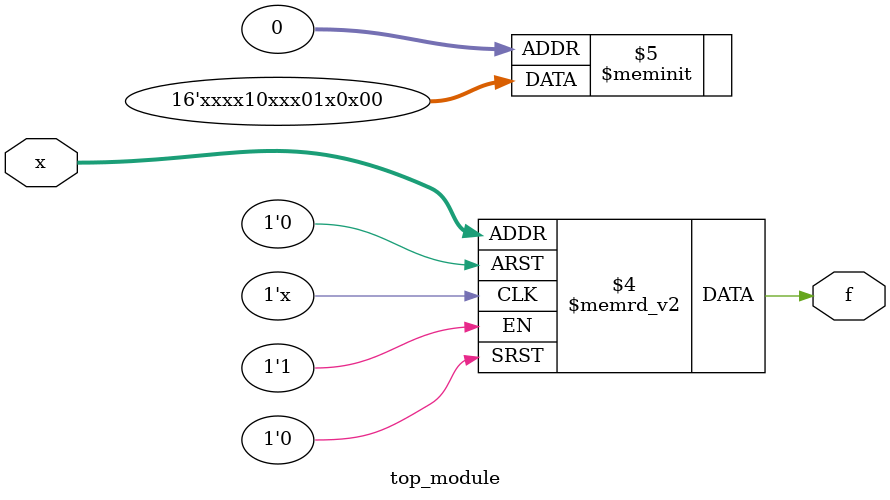
<source format=sv>
module top_module (
	input [4:1] x,
	output logic f
);
    always_comb begin
        case (x)
            4'b0000: f = 1'b0;
            4'b0001: f = 1'b0;
            4'b0010: f = 1'bx;
            4'b0011: f = 1'b0;
            4'b0100: f = 1'bx;
            4'b0101: f = 1'b1;
            4'b0110: f = 1'b0;
            4'b0111: f = 1'bx;
            4'b1000: f = 1'bx;
            4'b1001: f = 1'bx;
            4'b1010: f = 1'b0;
            4'b1011: f = 1'b1;
            4'b1100: f = 1'bx;
            4'b1101: f = 1'bx;
            4'b1110: f = 1'bx;
            4'b1111: f = 1'bx;
        endcase
    end
endmodule

</source>
